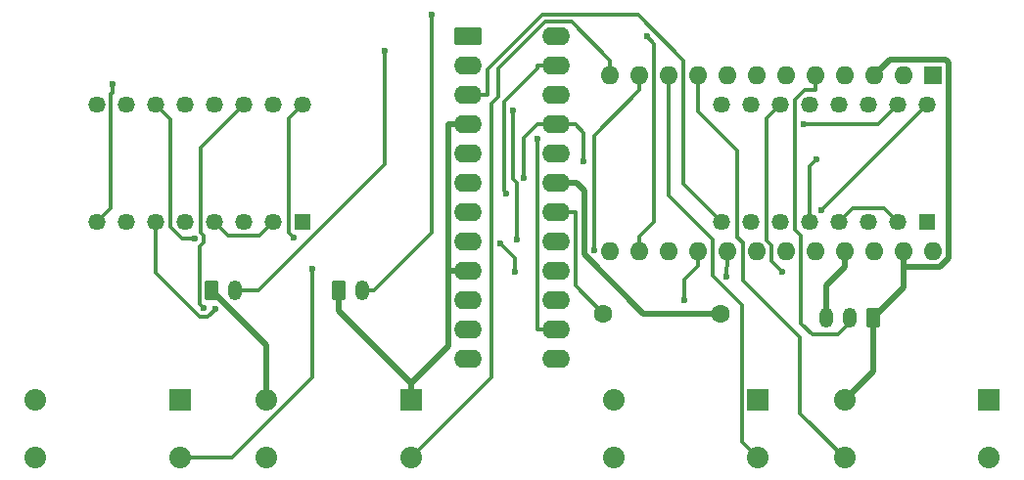
<source format=gbl>
G04 #@! TF.GenerationSoftware,KiCad,Pcbnew,9.0.2*
G04 #@! TF.CreationDate,2025-06-28T10:53:45+03:00*
G04 #@! TF.ProjectId,chess_clock_pcb,63686573-735f-4636-9c6f-636b5f706362,rev?*
G04 #@! TF.SameCoordinates,Original*
G04 #@! TF.FileFunction,Copper,L2,Bot*
G04 #@! TF.FilePolarity,Positive*
%FSLAX46Y46*%
G04 Gerber Fmt 4.6, Leading zero omitted, Abs format (unit mm)*
G04 Created by KiCad (PCBNEW 9.0.2) date 2025-06-28 10:53:45*
%MOMM*%
%LPD*%
G01*
G04 APERTURE LIST*
G04 Aperture macros list*
%AMRoundRect*
0 Rectangle with rounded corners*
0 $1 Rounding radius*
0 $2 $3 $4 $5 $6 $7 $8 $9 X,Y pos of 4 corners*
0 Add a 4 corners polygon primitive as box body*
4,1,4,$2,$3,$4,$5,$6,$7,$8,$9,$2,$3,0*
0 Add four circle primitives for the rounded corners*
1,1,$1+$1,$2,$3*
1,1,$1+$1,$4,$5*
1,1,$1+$1,$6,$7*
1,1,$1+$1,$8,$9*
0 Add four rect primitives between the rounded corners*
20,1,$1+$1,$2,$3,$4,$5,0*
20,1,$1+$1,$4,$5,$6,$7,0*
20,1,$1+$1,$6,$7,$8,$9,0*
20,1,$1+$1,$8,$9,$2,$3,0*%
G04 Aperture macros list end*
G04 #@! TA.AperFunction,ComponentPad*
%ADD10R,1.600000X1.600000*%
G04 #@! TD*
G04 #@! TA.AperFunction,ComponentPad*
%ADD11O,1.600000X1.600000*%
G04 #@! TD*
G04 #@! TA.AperFunction,ComponentPad*
%ADD12C,1.600000*%
G04 #@! TD*
G04 #@! TA.AperFunction,ComponentPad*
%ADD13RoundRect,0.250000X-0.350000X-0.625000X0.350000X-0.625000X0.350000X0.625000X-0.350000X0.625000X0*%
G04 #@! TD*
G04 #@! TA.AperFunction,ComponentPad*
%ADD14O,1.200000X1.750000*%
G04 #@! TD*
G04 #@! TA.AperFunction,ComponentPad*
%ADD15RoundRect,0.250000X-0.950000X-0.550000X0.950000X-0.550000X0.950000X0.550000X-0.950000X0.550000X0*%
G04 #@! TD*
G04 #@! TA.AperFunction,ComponentPad*
%ADD16O,2.400000X1.600000*%
G04 #@! TD*
G04 #@! TA.AperFunction,ComponentPad*
%ADD17RoundRect,0.250000X0.350000X0.625000X-0.350000X0.625000X-0.350000X-0.625000X0.350000X-0.625000X0*%
G04 #@! TD*
G04 #@! TA.AperFunction,ComponentPad*
%ADD18R,1.875000X1.875000*%
G04 #@! TD*
G04 #@! TA.AperFunction,ComponentPad*
%ADD19C,1.875000*%
G04 #@! TD*
G04 #@! TA.AperFunction,ComponentPad*
%ADD20R,1.458000X1.458000*%
G04 #@! TD*
G04 #@! TA.AperFunction,ComponentPad*
%ADD21C,1.458000*%
G04 #@! TD*
G04 #@! TA.AperFunction,ViaPad*
%ADD22C,0.600000*%
G04 #@! TD*
G04 #@! TA.AperFunction,Conductor*
%ADD23C,0.300000*%
G04 #@! TD*
G04 #@! TA.AperFunction,Conductor*
%ADD24C,0.500000*%
G04 #@! TD*
G04 APERTURE END LIST*
D10*
X187430000Y-57380000D03*
D11*
X184890000Y-57380000D03*
X182350000Y-57380000D03*
X179810000Y-57380000D03*
X177270000Y-57380000D03*
X174730000Y-57380000D03*
X172190000Y-57380000D03*
X169650000Y-57380000D03*
X167110000Y-57380000D03*
X164570000Y-57380000D03*
X162030000Y-57380000D03*
X159490000Y-57380000D03*
X159490000Y-72620000D03*
X162030000Y-72620000D03*
X164570000Y-72620000D03*
X167110000Y-72620000D03*
X169650000Y-72620000D03*
X172190000Y-72620000D03*
X174730000Y-72620000D03*
X177270000Y-72620000D03*
X179810000Y-72620000D03*
X182350000Y-72620000D03*
X184890000Y-72620000D03*
X187430000Y-72620000D03*
D12*
X169000000Y-78000000D03*
X158840000Y-78000000D03*
D13*
X136000000Y-76000000D03*
D14*
X138000000Y-76000000D03*
D15*
X147190000Y-54030000D03*
D16*
X147190000Y-56570000D03*
X147190000Y-59110000D03*
X147190000Y-61650000D03*
X147190000Y-64190000D03*
X147190000Y-66730000D03*
X147190000Y-69270000D03*
X147190000Y-71810000D03*
X147190000Y-74350000D03*
X147190000Y-76890000D03*
X147190000Y-79430000D03*
X147190000Y-81970000D03*
X154810000Y-81970000D03*
X154810000Y-79430000D03*
X154810000Y-76890000D03*
X154810000Y-74350000D03*
X154810000Y-71810000D03*
X154810000Y-69270000D03*
X154810000Y-66730000D03*
X154810000Y-64190000D03*
X154810000Y-61650000D03*
X154810000Y-59110000D03*
X154810000Y-56570000D03*
X154810000Y-54030000D03*
D13*
X125000000Y-76000000D03*
D14*
X127000000Y-76000000D03*
D17*
X182200000Y-78400000D03*
D14*
X180200000Y-78400000D03*
X178200000Y-78400000D03*
D18*
X172250000Y-85500000D03*
D19*
X159750000Y-85500000D03*
X172250000Y-90500000D03*
X159750000Y-90500000D03*
D20*
X132890000Y-70080000D03*
D21*
X130350000Y-70080000D03*
X127810000Y-70080000D03*
X125270000Y-70080000D03*
X122730000Y-70080000D03*
X120190000Y-70080000D03*
X117650000Y-70080000D03*
X115110000Y-70080000D03*
X115110000Y-59920000D03*
X117650000Y-59920000D03*
X120190000Y-59920000D03*
X122730000Y-59920000D03*
X125270000Y-59920000D03*
X127810000Y-59920000D03*
X130350000Y-59920000D03*
X132890000Y-59920000D03*
D20*
X186890000Y-70080000D03*
D21*
X184350000Y-70080000D03*
X181810000Y-70080000D03*
X179270000Y-70080000D03*
X176730000Y-70080000D03*
X174190000Y-70080000D03*
X171650000Y-70080000D03*
X169110000Y-70080000D03*
X169110000Y-59920000D03*
X171650000Y-59920000D03*
X174190000Y-59920000D03*
X176730000Y-59920000D03*
X179270000Y-59920000D03*
X181810000Y-59920000D03*
X184350000Y-59920000D03*
X186890000Y-59920000D03*
D18*
X192250000Y-85500000D03*
D19*
X179750000Y-85500000D03*
X192250000Y-90500000D03*
X179750000Y-90500000D03*
D18*
X142250000Y-85500000D03*
D19*
X129750000Y-85500000D03*
X142250000Y-90500000D03*
X129750000Y-90500000D03*
D18*
X122250000Y-85500000D03*
D19*
X109750000Y-85500000D03*
X122250000Y-90500000D03*
X109750000Y-90500000D03*
D22*
X124299900Y-77559700D03*
X153153500Y-62920000D03*
X151080700Y-60388800D03*
X176235900Y-61615900D03*
X151364200Y-71604100D03*
X174360000Y-74372500D03*
X123526000Y-71540500D03*
X177710900Y-69072800D03*
X132128300Y-71460600D03*
X151224600Y-74394700D03*
X149964400Y-71911900D03*
X157156100Y-64825000D03*
X177346500Y-64667500D03*
X151987100Y-66230000D03*
X150516800Y-67602000D03*
X116400000Y-58100000D03*
X125299500Y-77593100D03*
X165886700Y-76824200D03*
X162680000Y-54026900D03*
X169496400Y-74823400D03*
X144056200Y-52121600D03*
X133723800Y-74156300D03*
X158062600Y-72515800D03*
X140004400Y-55300600D03*
D23*
X124088800Y-71040200D02*
X124088800Y-63641200D01*
X124277700Y-71229100D02*
X124088800Y-71040200D01*
X124088800Y-63641200D02*
X127810000Y-59920000D01*
X123941900Y-72187700D02*
X124277700Y-71851900D01*
X153153500Y-79425200D02*
X153153500Y-62920000D01*
X153158300Y-79430000D02*
X153153500Y-79425200D01*
X154810000Y-79430000D02*
X153158300Y-79430000D01*
X124299900Y-77559700D02*
X123941900Y-77201700D01*
X123941900Y-77201700D02*
X123941900Y-72187700D01*
X124277700Y-71851900D02*
X124277700Y-71229100D01*
X182654100Y-61615900D02*
X176235900Y-61615900D01*
X184350000Y-59920000D02*
X182654100Y-61615900D01*
X151080700Y-66386600D02*
X151364200Y-66670100D01*
X151080700Y-60388800D02*
X151080700Y-66386600D01*
X151364200Y-66670100D02*
X151364200Y-71604100D01*
X147190000Y-59110000D02*
X148841700Y-59110000D01*
X148841700Y-59110000D02*
X148841700Y-56906200D01*
X165839900Y-56066300D02*
X165839900Y-66809900D01*
X148841700Y-56906200D02*
X153598500Y-52149400D01*
X153598500Y-52149400D02*
X161923000Y-52149400D01*
X165839900Y-66809900D02*
X169110000Y-70080000D01*
X161923000Y-52149400D02*
X165839900Y-56066300D01*
X173442900Y-73455400D02*
X174360000Y-74372500D01*
X173006700Y-71666500D02*
X173442900Y-72102700D01*
X121460000Y-70518300D02*
X122482200Y-71540500D01*
X174190000Y-59920000D02*
X173006700Y-61103300D01*
X173006700Y-61103300D02*
X173006700Y-71666500D01*
X121460000Y-61190000D02*
X121460000Y-70518300D01*
X173442900Y-72102700D02*
X173442900Y-73455400D01*
X120190000Y-59920000D02*
X121460000Y-61190000D01*
X122482200Y-71540500D02*
X123526000Y-71540500D01*
X180471200Y-68878800D02*
X183148800Y-68878800D01*
X183148800Y-68878800D02*
X184350000Y-70080000D01*
X179270000Y-70080000D02*
X180471200Y-68878800D01*
X131709300Y-71041600D02*
X132128300Y-71460600D01*
X132890000Y-59920000D02*
X131709300Y-61100700D01*
X151224600Y-73172100D02*
X151224600Y-74394700D01*
X149964400Y-71911900D02*
X151224600Y-73172100D01*
X186890000Y-59920000D02*
X177737200Y-69072800D01*
X131709300Y-61100700D02*
X131709300Y-71041600D01*
X177737200Y-69072800D02*
X177710900Y-69072800D01*
X151987100Y-62821200D02*
X153158300Y-61650000D01*
X176730000Y-70080000D02*
X176730000Y-65284000D01*
X157156100Y-62344400D02*
X156461700Y-61650000D01*
X176730000Y-65284000D02*
X177346500Y-64667500D01*
X157156100Y-64825000D02*
X157156100Y-62344400D01*
X151987100Y-66230000D02*
X151987100Y-62821200D01*
X154810000Y-61650000D02*
X156461700Y-61650000D01*
X154810000Y-61650000D02*
X153158300Y-61650000D01*
X154810000Y-56570000D02*
X153158300Y-56570000D01*
X150268400Y-59632100D02*
X153158300Y-56742200D01*
X153158300Y-56742200D02*
X153158300Y-56570000D01*
X150516800Y-67602000D02*
X150268400Y-67353600D01*
X150268400Y-67353600D02*
X150268400Y-59632100D01*
X116299900Y-68890100D02*
X115110000Y-70080000D01*
X116299900Y-59023100D02*
X116299900Y-68890100D01*
X116400000Y-58100000D02*
X116400000Y-58923000D01*
X116400000Y-58923000D02*
X116299900Y-59023100D01*
X125299500Y-77593100D02*
X125299500Y-77708600D01*
X124676800Y-78331300D02*
X124008500Y-78331300D01*
X124008500Y-78331300D02*
X120190000Y-74512800D01*
X125299500Y-77708600D02*
X124676800Y-78331300D01*
X120190000Y-74512800D02*
X120190000Y-70080000D01*
X125270000Y-70080000D02*
X126470300Y-71280300D01*
X126470300Y-71280300D02*
X129149700Y-71280300D01*
X129149700Y-71280300D02*
X130350000Y-70080000D01*
X176331200Y-58631700D02*
X175484200Y-59478700D01*
X176000000Y-71269500D02*
X176000000Y-78900000D01*
X179155500Y-79844500D02*
X180200000Y-78800000D01*
X176944500Y-79844500D02*
X179155500Y-79844500D01*
X175484200Y-59478700D02*
X175484200Y-70753700D01*
X177270000Y-57380000D02*
X177270000Y-58631700D01*
X176000000Y-78900000D02*
X176944500Y-79844500D01*
X180200000Y-78800000D02*
X180200000Y-78400000D01*
X177270000Y-58631700D02*
X176331200Y-58631700D01*
X175484200Y-70753700D02*
X176000000Y-71269500D01*
D24*
X145438300Y-74350000D02*
X145438300Y-80822500D01*
X184890000Y-73975300D02*
X184890000Y-75710000D01*
X184890000Y-72620000D02*
X184890000Y-73975300D01*
X136000000Y-76000000D02*
X136000000Y-77760800D01*
X147190000Y-61650000D02*
X145438300Y-61650000D01*
X182350000Y-57380000D02*
X183701700Y-56028300D01*
X182200000Y-78400000D02*
X182200000Y-83050000D01*
X145438300Y-80822500D02*
X142250000Y-84010800D01*
X188782700Y-73186800D02*
X187994200Y-73975300D01*
X145438300Y-61650000D02*
X145438300Y-74350000D01*
X142250000Y-85500000D02*
X142250000Y-84010800D01*
X182200000Y-83050000D02*
X179750000Y-85500000D01*
X188510200Y-56028300D02*
X188782700Y-56300800D01*
X184890000Y-75710000D02*
X182200000Y-78400000D01*
X183701700Y-56028300D02*
X188510200Y-56028300D01*
X125000000Y-76000000D02*
X129750000Y-80750000D01*
X147190000Y-74350000D02*
X145438300Y-74350000D01*
X188782700Y-56300800D02*
X188782700Y-73186800D01*
X129750000Y-80750000D02*
X129750000Y-85500000D01*
X187994200Y-73975300D02*
X184890000Y-73975300D01*
X136000000Y-77760800D02*
X142250000Y-84010800D01*
X156561700Y-66730000D02*
X157210900Y-67379200D01*
X179810000Y-73971700D02*
X178200000Y-75581700D01*
X178200000Y-75581700D02*
X178200000Y-78400000D01*
X154810000Y-66730000D02*
X156561700Y-66730000D01*
X157210900Y-67379200D02*
X157210900Y-72868600D01*
X162342300Y-78000000D02*
X169000000Y-78000000D01*
X179810000Y-72620000D02*
X179810000Y-73971700D01*
X157210900Y-72868600D02*
X162342300Y-78000000D01*
D23*
X156461700Y-75621700D02*
X158840000Y-78000000D01*
X156461700Y-69270000D02*
X156461700Y-75621700D01*
X154810000Y-69270000D02*
X156461700Y-69270000D01*
X167110000Y-72620000D02*
X167110000Y-73871700D01*
X165885500Y-76823000D02*
X165885500Y-75096200D01*
X165885500Y-75096200D02*
X167110000Y-73871700D01*
X165885500Y-76823000D02*
X165886700Y-76824200D01*
X162030000Y-72620000D02*
X162030000Y-71368300D01*
X162680000Y-54026900D02*
X163300000Y-54646900D01*
X163300000Y-70098300D02*
X162030000Y-71368300D01*
X163300000Y-54646900D02*
X163300000Y-70098300D01*
X169650000Y-73871700D02*
X169496400Y-74025300D01*
X169496400Y-74025300D02*
X169496400Y-74823400D01*
X169650000Y-72620000D02*
X169650000Y-73871700D01*
X144056200Y-52121600D02*
X144056200Y-70995500D01*
X144056200Y-70995500D02*
X139051700Y-76000000D01*
X138000000Y-76000000D02*
X139051700Y-76000000D01*
X170860800Y-89110800D02*
X172250000Y-90500000D01*
X168380000Y-74770000D02*
X170860800Y-77250800D01*
X164570000Y-57380000D02*
X164570000Y-58631700D01*
X168380000Y-71629500D02*
X168380000Y-74770000D01*
X164570000Y-58631700D02*
X164570000Y-67819500D01*
X170860800Y-77250800D02*
X170860800Y-89110800D01*
X164570000Y-67819500D02*
X168380000Y-71629500D01*
X158062600Y-72515800D02*
X158062600Y-62599100D01*
X126763000Y-90500000D02*
X133723800Y-83539200D01*
X133723800Y-83539200D02*
X133723800Y-74156300D01*
X122250000Y-90500000D02*
X126763000Y-90500000D01*
X162030000Y-57380000D02*
X162030000Y-58631700D01*
X158062600Y-62599100D02*
X162030000Y-58631700D01*
X170469300Y-63853800D02*
X167110000Y-60494500D01*
X170469300Y-71419300D02*
X170469300Y-63853800D01*
X170938300Y-71888300D02*
X170469300Y-71419300D01*
X170938300Y-75114400D02*
X170938300Y-71888300D01*
X175899800Y-80075900D02*
X170938300Y-75114400D01*
X179750000Y-90500000D02*
X175899800Y-86649800D01*
X167110000Y-60494500D02*
X167110000Y-57380000D01*
X175899800Y-86649800D02*
X175899800Y-80075900D01*
X127000000Y-76000000D02*
X129084600Y-76000000D01*
X129084600Y-76000000D02*
X140004400Y-65080200D01*
X140004400Y-65080200D02*
X140004400Y-55300600D01*
X149212700Y-59836900D02*
X149814400Y-59235200D01*
X149814400Y-59235200D02*
X149814400Y-56796800D01*
X156115600Y-52753900D02*
X159490000Y-56128300D01*
X142250000Y-90500000D02*
X149212700Y-83537300D01*
X153857300Y-52753900D02*
X156115600Y-52753900D01*
X149212700Y-83537300D02*
X149212700Y-59836900D01*
X159490000Y-57380000D02*
X159490000Y-56128300D01*
X149814400Y-56796800D02*
X153857300Y-52753900D01*
M02*

</source>
